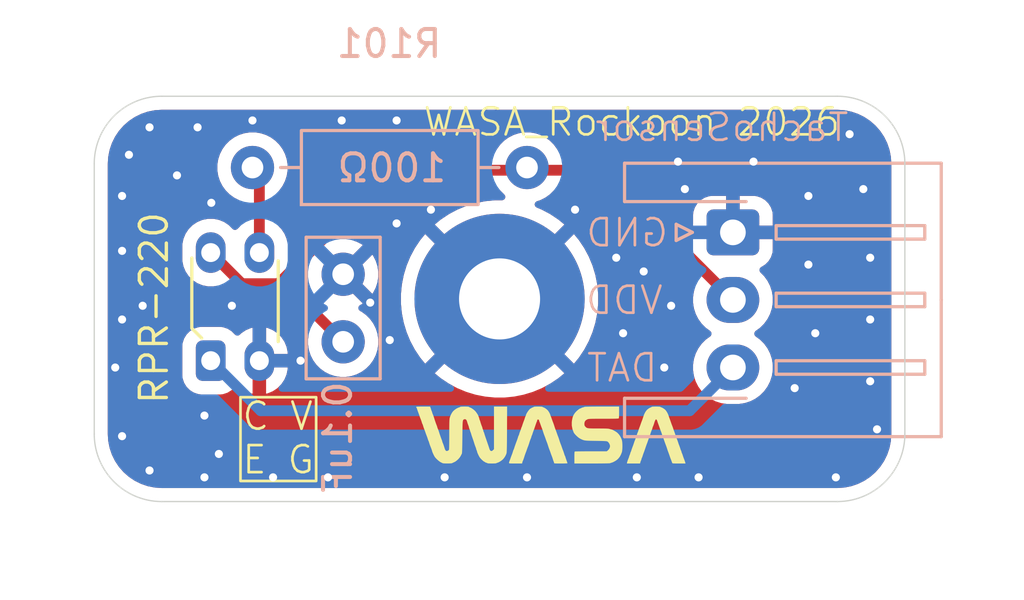
<source format=kicad_pcb>
(kicad_pcb (version 20241229) (generator "pcbnew") (generator_version "9.0")
  (layers (0 "F.Cu" signal) (2 "B.Cu" signal) (13 "F.Paste" user) (15 "B.Paste" user) (5 "F.SilkS" user "F.Silkscreen") (7 "B.SilkS" user "B.Silkscreen") (1 "F.Mask" user) (3 "B.Mask" user) (25 "Edge.Cuts" user))
  (net 0 "")
  (net 1 "Net-(J101-Pin_2)")
  (net 2 "GND")
  (net 3 "Net-(J101-Pin_1)")
  (net 4 "Net-(U101-A)")
  (footprint "OptoDevice:Everlight_ITR8307F43" (layer "F.Cu") (at 147.298 91.948)
    (property "Reference" "RPR-220" (at -2.098 -1.948 90) (layer "F.SilkS") (effects (font (thickness 0.125))))
    (property "Value" "RPR-220")
    (fp_line (start -0.7 -1.2) (end -0.7 -3.8) (stroke (width 0.12)) (layer "F.SilkS"))
    (fp_line (start -0.335 -0.835) (end -0.665 -1.165) (stroke (width 0.12)) (layer "F.SilkS"))
    (fp_line (start 2.5 -3.695) (end 2.5 -0.705) (stroke (width 0.12)) (layer "F.SilkS"))
    (pad "1" thru_hole oval (at 1.8 -4) (size 1.1 1.5) (drill 0.7) (layers "*.Cu" "*.Mask") (net 4 "Net-(U101-A)"))
    (pad "2" thru_hole oval (at 1.8 0) (size 1.1 1.5) (drill 0.7) (layers "*.Cu" "*.Mask") (net 2 "GND"))
    (pad "3" thru_hole roundrect (at 0 0) (size 1.1 1.5) (drill 0.7) (layers "*.Cu" "*.Mask") (roundrect_rratio 0.227) (net 3 "Net-(J101-Pin_1)"))
    (pad "4" thru_hole oval (at 0 -4) (size 1.1 1.5) (drill 0.7) (layers "*.Cu" "*.Mask") (net 1 "Net-(J101-Pin_2)"))
  )
  (footprint "WOBCLibrary:Board_1U_60x60" (layer "F.Cu") (at 157.988 89.662)
    (property "Reference" "REF**" (hide yes))
    (property "Value" "Board_1U_60x60" (hide yes))
    (fp_line (start -15 5) (end -15 -5) (stroke (width 0.05)) (layer "Edge.Cuts"))
    (fp_line (start -12.5 -7.5) (end 12.5 -7.5) (stroke (width 0.05)) (layer "Edge.Cuts"))
    (fp_line (start 12.5 7.5) (end -12.5 7.5) (stroke (width 0.05)) (layer "Edge.Cuts"))
    (fp_line (start 15 -5) (end 15 5) (stroke (width 0.05)) (layer "Edge.Cuts"))
    (fp_arc (start -15 -5) (mid -14.267767 -6.767767) (end -12.5 -7.5) (stroke (width 0.05)) (layer "Edge.Cuts"))
    (fp_arc (start -12.5 7.5) (mid -14.267767 6.767767) (end -15 5) (stroke (width 0.05)) (layer "Edge.Cuts"))
    (fp_arc (start 12.5 -7.5) (mid 14.267767 -6.767767) (end 15 -5) (stroke (width 0.05)) (layer "Edge.Cuts"))
    (fp_arc (start 15 5) (mid 14.267767 6.767767) (end 12.5 7.5) (stroke (width 0.05)) (layer "Edge.Cuts"))
    (pad "GND" thru_hole circle (at 0 0) (size 6.3 6.3) (drill 3) (layers "*.Cu" "*.Mask") (net 2 "GND"))
  )
  (footprint "Library:wasa_10mm" (layer "F.Cu") (at 159.9 94.7)
    (property "Reference" "G***" (hide yes))
    (property "Value" "LOGO" (hide yes))
    (fp_poly (pts (xy 2.512215 -0.841651) (xy 2.511626 -0.756247) (xy 2.509795 -0.692406) (xy 2.506625 -0.648565) (xy 2.502021 -0.62316) (xy 2.498322 -0.615899) (xy 2.488768 -0.612457) (xy 2.466615 -0.609574) (xy 2.430432 -0.607214) (xy 2.378787 -0.605342) (xy 2.310247 -0.603923) (xy 2.22338 -0.602921) (xy 2.116754 -0.602301) (xy 1.988938 -0.602027) (xy 1.936088 -0.602006) (xy 1.808836 -0.601969) (xy 1.702594 -0.601801) (xy 1.615222 -0.601419) (xy 1.544575 -0.600741) (xy 1.488512 -0.599683) (xy 1.44489 -0.598162) (xy 1.411566 -0.596095) (xy 1.386398 -0.593399) (xy 1.367243 -0.58999) (xy 1.351958 -0.585786) (xy 1.338401 -0.580704) (xy 1.333504 -0.578632) (xy 1.279396 -0.546185) (xy 1.245049 -0.502842) (xy 1.228906 -0.446205) (xy 1.227165 -0.414732) (xy 1.229258 -0.37313) (xy 1.237646 -0.34458) (xy 1.255493 -0.319197) (xy 1.259002 -0.31525) (xy 1.276605 -0.296324) (xy 1.29338 -0.281036) (xy 1.311916 -0.268994) (xy 1.334803 -0.259806) (xy 1.364633 -0.25308) (xy 1.403994 -0.248424) (xy 1.455478 -0.245445) (xy 1.521675 -0.243752) (xy 1.605176 -0.242952) (xy 1.70857 -0.242654) (xy 1.738873 -0.24261) (xy 1.848635 -0.242251) (xy 1.937618 -0.241436) (xy 2.008194 -0.240068) (xy 2.062734 -0.238052) (xy 2.103612 -0.235289) (xy 2.1332 -0.231682) (xy 2.153869 -0.227135) (xy 2.159115 -0.225419) (xy 2.192469 -0.214844) (xy 2.218731 -0.208972) (xy 2.223588 -0.208562) (xy 2.245858 -0.202479) (xy 2.281476 -0.186637) (xy 2.32461 -0.164251) (xy 2.369431 -0.138536) (xy 2.41011 -0.112709) (xy 2.440816 -0.089983) (xy 2.444647 -0.086639) (xy 2.500611 -0.029618) (xy 2.545554 0.032139) (xy 2.583585 0.105125) (xy 2.613045 0.179443) (xy 2.623281 0.222914) (xy 2.630339 0.283216) (xy 2.634226 0.354245) (xy 2.634945 0.429897) (xy 2.6325 0.504068) (xy 2.626896 0.570656) (xy 2.618136 0.623555) (xy 2.61273 0.642524) (xy 2.576987 0.731239) (xy 2.537036 0.803202) (xy 2.488824 0.864816) (xy 2.444221 0.908606) (xy 2.40408 0.939284) (xy 2.35359 0.97061) (xy 2.300485 0.998413) (xy 2.252498 1.018522) (xy 2.227383 1.025554) (xy 2.198993 1.033274) (xy 2.182208 1.04227) (xy 2.181458 1.043244) (xy 2.168965 1.045194) (xy 2.135257 1.04701) (xy 2.082275 1.048664) (xy 2.011958 1.050124) (xy 1.926245 1.051362) (xy 1.827077 1.052346) (xy 1.716393 1.053048) (xy 1.596133 1.053437) (xy 1.515907 1.053509) (xy 0.8567 1.053509) (xy 0.8567 0.834784) (xy 0.856925 0.757311) (xy 0.857765 0.69994) (xy 0.859468 0.65962) (xy 0.862281 0.633303) (xy 0.866452 0.617938) (xy 0.872227 0.610476) (xy 0.875012 0.609032) (xy 0.889897 0.607652) (xy 0.925651 0.606363) (xy 0.979993 0.605189) (xy 1.050638 0.60416) (xy 1.135303 0.6033) (xy 1.231705 0.602637) (xy 1.337559 0.602198) (xy 1.450583 0.60201) (xy 1.473031 0.602005) (xy 2.052737 0.602005) (xy 2.091562 0.572391) (xy 2.132824 0.529414) (xy 2.162528 0.475741) (xy 2.176103 0.420111) (xy 2.176481 0.410117) (xy 2.168354 0.363894) (xy 2.147102 0.31499) (xy 2.117424 0.271705) (xy 2.084015 0.242336) (xy 2.080395 0.240353) (xy 2.067315 0.235082) (xy 2.049033 0.23075) (xy 2.023118 0.22722) (xy 1.987138 0.224356) (xy 1.938661 0.222023) (xy 1.875256 0.220083) (xy 1.79449 0.218402) (xy 1.693932 0.216842) (xy 1.649726 0.216249) (xy 1.538605 0.214742) (xy 1.447659 0.213111) (xy 1.373912 0.210921) (xy 1.314386 0.207741) (xy 1.266105 0.203135) (xy 1.226093 0.196671) (xy 1.191371 0.187916) (xy 1.158965 0.176435) (xy 1.125896 0.161796) (xy 1.089188 0.143564) (xy 1.064897 0.131091) (xy 1.021931 0.103864) (xy 0.973235 0.065076) (xy 0.924173 0.019894) (xy 0.880112 -0.026514) (xy 0.846417 -0.068982) (xy 0.832109 -0.093089) (xy 0.785333 -0.218627) (xy 0.76153 -0.346989) (xy 0.760719 -0.478046) (xy 0.76887 -0.544121) (xy 0.78422 -0.623123) (xy 0.802619 -0.686222) (xy 0.826985 -0.740669) (xy 0.860238 -0.793714) (xy 0.880242 -0.820845) (xy 0.913269 -0.859196) (xy 0.953019 -0.898223) (xy 0.994763 -0.934047) (xy 1.033772 -0.962789) (xy 1.065317 -0.980571) (xy 1.07968 -0.984417) (xy 1.099798 -0.99124) (xy 1.115356 -1.000945) (xy 1.140775 -1.013531) (xy 1.175715 -1.023588) (xy 1.181924 -1.024748) (xy 1.210465 -1.031952) (xy 1.226134 -1.040538) (xy 1.227165 -1.042951) (xy 1.23848 -1.045128) (xy 1.271384 -1.04711) (xy 1.324308 -1.048874) (xy 1.395689 -1.050392) (xy 1.483959 -1.051639) (xy 1.587552 -1.05259) (xy 1.704903 -1.053218) (xy 1.834446 -1.053498) (xy 1.86969 -1.05351) (xy 2.512215 -1.05351)) (fill yes) (layer "F.SilkS"))
    (fp_poly (pts (xy 3.945928 -1.05271) (xy 3.996927 -1.050412) (xy 4.029134 -1.046772) (xy 4.040383 -1.041944) (xy 4.040383 -1.041933) (xy 4.049628 -1.031375) (xy 4.056024 -1.030356) (xy 4.080502 -1.023743) (xy 4.116279 -1.006521) (xy 4.15663 -0.982616) (xy 4.194829 -0.955954) (xy 4.219971 -0.934651) (xy 4.252504 -0.895788) (xy 4.286384 -0.843376) (xy 4.316575 -0.786124) (xy 4.33804 -0.73274) (xy 4.339503 -0.727981) (xy 4.350386 -0.694617) (xy 4.365643 -0.651653) (xy 4.375566 -0.62516) (xy 4.391973 -0.580961) (xy 4.411368 -0.526627) (xy 4.429299 -0.474659) (xy 4.444665 -0.430115) (xy 4.458483 -0.391803) (xy 4.468121 -0.366993) (xy 4.469137 -0.364677) (xy 4.481619 -0.334094) (xy 4.497079 -0.292172) (xy 4.511763 -0.249482) (xy 4.52192 -0.216596) (xy 4.522563 -0.214176) (xy 4.532587 -0.18338) (xy 4.538848 -0.167868) (xy 4.543395 -0.157323) (xy 4.548429 -0.144551) (xy 4.555199 -0.126012) (xy 4.564952 -0.098168) (xy 4.578937 -0.057478) (xy 4.598401 -0.000404) (xy 4.612325 0.040519) (xy 4.628203 0.086297) (xy 4.642468 0.125826) (xy 4.652614 0.152209) (xy 4.65437 0.156289) (xy 4.666851 0.186872) (xy 4.682311 0.228794) (xy 4.696996 0.271485) (xy 4.707153 0.30437) (xy 4.707795 0.30679) (xy 4.717819 0.337586) (xy 4.72408 0.353098) (xy 4.737213 0.385848) (xy 4.753804 0.43153) (xy 4.770601 0.480918) (xy 4.783224 0.520965) (xy 4.793653 0.55111) (xy 4.803304 0.571602) (xy 4.804333 0.573062) (xy 4.812668 0.591574) (xy 4.821021 0.621408) (xy 4.821832 0.625159) (xy 4.829931 0.655572) (xy 4.83847 0.676028) (xy 4.839331 0.677255) (xy 4.848462 0.69553) (xy 4.858918 0.725025) (xy 4.860214 0.729352) (xy 4.887147 0.812325) (xy 4.914828 0.885642) (xy 4.935181 0.938678) (xy 4.952423 0.989183) (xy 4.963279 1.02746) (xy 4.969244 1.053509) (xy 4.726127 1.053509) (xy 4.644746 1.053363) (xy 4.583561 1.052768) (xy 4.539617 1.051481) (xy 4.509957 1.049264) (xy 4.491624 1.045876) (xy 4.481663 1.041077) (xy 4.477117 1.034627) (xy 4.476639 1.033249) (xy 4.464615 0.997161) (xy 4.449559 0.954758) (xy 4.434795 0.915155) (xy 4.423646 0.887467) (xy 4.422829 0.885642) (xy 4.414147 0.863796) (xy 4.400843 0.827234) (xy 4.385553 0.783224) (xy 4.382991 0.77566) (xy 4.364788 0.72295) (xy 4.345374 0.668671) (xy 4.329176 0.625159) (xy 4.313723 0.583418) (xy 4.300473 0.544864) (xy 4.294869 0.526754) (xy 4.283873 0.491315) (xy 4.268398 0.445463) (xy 4.25231 0.400381) (xy 4.240816 0.370464) (xy 4.22889 0.339682) (xy 4.213055 0.296511) (xy 4.195377 0.246877) (xy 4.177922 0.196702) (xy 4.162757 0.151911) (xy 4.151949 0.118427) (xy 4.147922 0.104192) (xy 4.138663 0.07624) (xy 4.1303 0.061107) (xy 4.119779 0.040465) (xy 4.109775 0.010111) (xy 4.109492 0.00901) (xy 4.097324 -0.032804) (xy 4.080659 -0.08281) (xy 4.063348 -0.129869) (xy 4.052364 -0.156291) (xy 4.043682 -0.178136) (xy 4.030379 -0.214699) (xy 4.015088 -0.258708) (xy 4.012526 -0.266273) (xy 3.994323 -0.318982) (xy 3.97491 -0.373262) (xy 3.958711 -0.416774) (xy 3.943204 -0.459441) (xy 3.930015 -0.499842) (xy 3.924635 -0.518943) (xy 3.911884 -0.550295) (xy 3.894321 -0.572714) (xy 3.893798 -0.573108) (xy 3.879159 -0.58085) (xy 3.867652 -0.57506) (xy 3.853581 -0.552201) (xy 3.850434 -0.54619) (xy 3.833517 -0.509145) (xy 3.82068 -0.473534) (xy 3.81939 -0.468871) (xy 3.808015 -0.429765) (xy 3.793312 -0.385596) (xy 3.778288 -0.344859) (xy 3.765951 -0.31605) (xy 3.763921 -0.312201) (xy 3.754578 -0.2889) (xy 3.745599 -0.256626) (xy 3.745168 -0.254696) (xy 3.736356 -0.222322) (xy 3.726907 -0.198088) (xy 3.726416 -0.19719) (xy 3.715503 -0.173052) (xy 3.700882 -0.134649) (xy 3.685405 -0.089919) (xy 3.671925 -0.046805) (xy 3.670125 -0.040521) (xy 3.660386 -0.009999) (xy 3.645927 0.030929) (xy 3.635819 0.057884) (xy 3.61937 0.102085) (xy 3.599945 0.156422) (xy 3.582004 0.208386) (xy 3.566691 0.252923) (xy 3.553006 0.291231) (xy 3.543555 0.316044) (xy 3.54257 0.318367) (xy 3.534211 0.339848) (xy 3.520988 0.376394) (xy 3.505381 0.421114) (xy 3.50093 0.434138) (xy 3.477752 0.502236) (xy 3.460766 0.551966) (xy 3.448729 0.586889) (xy 3.440401 0.610564) (xy 3.434537 0.626552) (xy 3.429897 0.638413) (xy 3.428218 0.642524) (xy 3.410501 0.689223) (xy 3.391446 0.745055) (xy 3.378354 0.787237) (xy 3.368068 0.817401) (xy 3.358487 0.837891) (xy 3.357471 0.839334) (xy 3.349136 0.857846) (xy 3.340783 0.887679) (xy 3.339972 0.89143) (xy 3.331854 0.921845) (xy 3.323269 0.942301) (xy 3.322402 0.943527) (xy 3.313947 0.961257) (xy 3.303653 0.991852) (xy 3.300138 1.004306) (xy 3.286983 1.053509) (xy 3.043392 1.053509) (xy 2.799801 1.053509) (xy 2.80713 1.015883) (xy 2.819599 0.969212) (xy 2.842141 0.906865) (xy 2.866483 0.847624) (xy 2.877441 0.818227) (xy 2.882678 0.796961) (xy 2.882751 0.795527) (xy 2.887837 0.775701) (xy 2.899025 0.750391) (xy 2.913384 0.715741) (xy 2.923445 0.680929) (xy 2.931632 0.651192) (xy 2.940262 0.631537) (xy 2.940698 0.630947) (xy 2.949829 0.612672) (xy 2.960285 0.583177) (xy 2.961581 0.57885) (xy 2.978431 0.525229) (xy 2.997584 0.470179) (xy 3.011445 0.434138) (xy 3.025736 0.396833) (xy 3.043093 0.347989) (xy 3.059827 0.298211) (xy 3.069859 0.266271) (xy 3.079812 0.236167) (xy 3.088282 0.21567) (xy 3.089131 0.214174) (xy 3.096601 0.197335) (xy 3.109249 0.164272) (xy 3.12505 0.120765) (xy 3.141979 0.072596) (xy 3.158013 0.025546) (xy 3.171127 -0.014603) (xy 3.179297 -0.042071) (xy 3.180336 -0.046309) (xy 3.188591 -0.073001) (xy 3.195609 -0.086829) (xy 3.204645 -0.105081) (xy 3.215166 -0.134543) (xy 3.216502 -0.138925) (xy 3.230549 -0.183268) (xy 3.247462 -0.232746) (xy 3.263921 -0.277913) (xy 3.275481 -0.306792) (xy 3.284319 -0.329442) (xy 3.297466 -0.365896) (xy 3.31103 -0.405197) (xy 3.325533 -0.447158) (xy 3.338487 -0.482955) (xy 3.346578 -0.503602) (xy 3.359992 -0.537298) (xy 3.37652 -0.582863) (xy 3.392543 -0.630015) (xy 3.403646 -0.66568) (xy 3.439879 -0.767963) (xy 3.485037 -0.856213) (xy 3.535318 -0.924321) (xy 3.568696 -0.95491) (xy 3.610866 -0.985392) (xy 3.653281 -1.010139) (xy 3.685247 -1.023022) (xy 3.707868 -1.032317) (xy 3.716226 -1.042154) (xy 3.727357 -1.046762) (xy 3.759003 -1.050312) (xy 3.808541 -1.052622) (xy 3.873347 -1.053507) (xy 3.878304 -1.05351)) (fill yes) (layer "F.SilkS"))
    (fp_poly (pts (xy -0.422735 -1.05277) (xy -0.374488 -1.05073) (xy -0.340509 -1.047658) (xy -0.324776 -1.043826) (xy -0.324157 -1.042853) (xy -0.314189 -1.033149) (xy -0.290211 -1.02474) (xy -0.290096 -1.024715) (xy -0.253079 -1.01) (xy -0.208176 -0.982626) (xy -0.162552 -0.947528) (xy -0.123881 -0.910211) (xy -0.104337 -0.884232) (xy -0.081961 -0.8485) (xy -0.06048 -0.809823) (xy -0.043623 -0.775012) (xy -0.035116 -0.750876) (xy -0.034731 -0.747352) (xy -0.030454 -0.731723) (xy -0.020022 -0.705232) (xy -0.018684 -0.702161) (xy -0.006466 -0.671846) (xy 0.009274 -0.62945) (xy 0.022967 -0.590429) (xy 0.03756 -0.548485) (xy 0.050578 -0.512695) (xy 0.058702 -0.492025) (xy 0.072116 -0.458329) (xy 0.088644 -0.412763) (xy 0.104667 -0.365611) (xy 0.11577 -0.329946) (xy 0.128178 -0.290307) (xy 0.144392 -0.242881) (xy 0.160791 -0.197951) (xy 0.172838 -0.167868) (xy 0.181675 -0.145218) (xy 0.194822 -0.108764) (xy 0.208386 -0.069463) (xy 0.222889 -0.027502) (xy 0.235843 0.008295) (xy 0.243935 0.028942) (xy 0.257348 0.062638) (xy 0.273877 0.108203) (xy 0.2899 0.155355) (xy 0.301002 0.19102) (xy 0.31341 0.23066) (xy 0.329624 0.278086) (xy 0.346023 0.323015) (xy 0.35807 0.353098) (xy 0.366908 0.375748) (xy 0.380054 0.412202) (xy 0.393619 0.451503) (xy 0.408121 0.493464) (xy 0.421076 0.529262) (xy 0.429167 0.549908) (xy 0.445381 0.59084) (xy 0.463447 0.642026) (xy 0.479211 0.691356) (xy 0.485882 0.715209) (xy 0.495772 0.745669) (xy 0.506364 0.766881) (xy 0.50669 0.767305) (xy 0.517765 0.789303) (xy 0.524061 0.810391) (xy 0.530775 0.834196) (xy 0.543344 0.872775) (xy 0.559487 0.919225) (xy 0.566134 0.937643) (xy 0.582028 0.982115) (xy 0.594311 1.018227) (xy 0.601171 1.040563) (xy 0.602005 1.044731) (xy 0.590986 1.047309) (xy 0.560155 1.049587) (xy 0.512857 1.051449) (xy 0.452432 1.052775) (xy 0.382225 1.053448) (xy 0.353099 1.053509) (xy 0.271199 1.053439) (xy 0.209571 1.053045) (xy 0.165335 1.05205) (xy 0.13561 1.050177) (xy 0.117515 1.04715) (xy 0.108168 1.042692) (xy 0.104689 1.036525) (xy 0.104193 1.029593) (xy 0.098698 1.000041) (xy 0.090805 0.980663) (xy 0.077887 0.950473) (xy 0.068444 0.920645) (xy 0.056774 0.881039) (xy 0.040278 0.83173) (xy 0.022992 0.784408) (xy 0.012394 0.758294) (xy 0.003557 0.735645) (xy -0.00959 0.699191) (xy -0.023154 0.65989) (xy -0.037657 0.617929) (xy -0.050611 0.582131) (xy -0.058703 0.561485) (xy -0.072116 0.527789) (xy -0.088645 0.482223) (xy -0.104668 0.435072) (xy -0.115771 0.399407) (xy -0.128179 0.359767) (xy -0.144392 0.312341) (xy -0.160791 0.267411) (xy -0.172838 0.237328) (xy -0.181676 0.214679) (xy -0.194823 0.178224) (xy -0.208387 0.138923) (xy -0.22289 0.096963) (xy -0.235844 0.061165) (xy -0.243935 0.040519) (xy -0.257349 0.006823) (xy -0.273877 -0.038743) (xy -0.2899 -0.085895) (xy -0.301003 -0.12156) (xy -0.313411 -0.161199) (xy -0.329625 -0.208625) (xy -0.346024 -0.253555) (xy -0.358071 -0.283638) (xy -0.36693 -0.306275) (xy -0.38014 -0.342709) (xy -0.393806 -0.382043) (xy -0.409603 -0.42688) (xy -0.425096 -0.468271) (xy -0.435457 -0.493774) (xy -0.446546 -0.523928) (xy -0.451488 -0.547142) (xy -0.451504 -0.547985) (xy -0.460896 -0.565514) (xy -0.481744 -0.574758) (xy -0.503061 -0.572441) (xy -0.510658 -0.56562) (xy -0.51983 -0.542696) (xy -0.520789 -0.535281) (xy -0.526228 -0.513223) (xy -0.532039 -0.50055) (xy -0.540776 -0.48057) (xy -0.554208 -0.445238) (xy -0.569835 -0.401209) (xy -0.574398 -0.387831) (xy -0.597796 -0.318668) (xy -0.615083 -0.26787) (xy -0.627507 -0.23185) (xy -0.636317 -0.20702) (xy -0.642759 -0.189794) (xy -0.646896 -0.179445) (xy -0.664613 -0.132746) (xy -0.683668 -0.076914) (xy -0.69676 -0.034732) (xy -0.707045 -0.004568) (xy -0.716627 0.015922) (xy -0.717643 0.017365) (xy -0.726055 0.035895) (xy -0.734519 0.065653) (xy -0.735277 0.069081) (xy -0.743949 0.10157) (xy -0.753324 0.125918) (xy -0.753894 0.126966) (xy -0.764718 0.150915) (xy -0.77935 0.189295) (xy -0.79499 0.234344) (xy -0.808839 0.278303) (xy -0.810392 0.283636) (xy -0.8228 0.323276) (xy -0.839014 0.370702) (xy -0.855413 0.415631) (xy -0.86746 0.445715) (xy -0.876297 0.468364) (xy -0.889444 0.504818) (xy -0.903008 0.544119) (xy -0.917511 0.58608) (xy -0.930465 0.621878) (xy -0.938557 0.642524) (xy -0.95197 0.67622) (xy -0.968499 0.721786) (xy -0.984522 0.768937) (xy -0.995625 0.804603) (xy -1.009027 0.847833) (xy -1.02459 0.893185) (xy -1.039516 0.932895) (xy -1.051007 0.959204) (xy -1.052123 0.961272) (xy -1.061671 0.984954) (xy -1.070323 1.016263) (xy -1.078504 1.053509) (xy -1.320701 1.053509) (xy -1.401339 1.05344) (xy -1.461745 1.05304) (xy -1.504839 1.052015) (xy -1.533544 1.050072) (xy -1.55078 1.046917) (xy -1.55947 1.042259) (xy -1.562535 1.035803) (xy -1.562899 1.02921) (xy -1.55827 1.001654) (xy -1.547109 0.969018) (xy -1.546852 0.968431) (xy -1.534634 0.938115) (xy -1.518893 0.89572) (xy -1.505201 0.856699) (xy -1.490608 0.814754) (xy -1.477589 0.778965) (xy -1.469465 0.758294) (xy -1.453251 0.717362) (xy -1.435185 0.666176) (xy -1.419422 0.616846) (xy -1.412751 0.592994) (xy -1.40286 0.562533) (xy -1.392269 0.541321) (xy -1.391942 0.540897) (xy -1.38078 0.518919) (xy -1.374321 0.497811) (xy -1.368202 0.476874) (xy -1.356158 0.440129) (xy -1.340254 0.393502) (xy -1.322556 0.342916) (xy -1.305132 0.294295) (xy -1.290049 0.253563) (xy -1.281427 0.23154) (xy -1.265857 0.190656) (xy -1.248887 0.141757) (xy -1.234241 0.095862) (xy -1.227518 0.072027) (xy -1.217628 0.041567) (xy -1.207036 0.020355) (xy -1.20671 0.019931) (xy -1.195568 -0.002052) (xy -1.189148 -0.023155) (xy -1.180024 -0.05648) (xy -1.166359 -0.09812) (xy -1.151455 -0.138713) (xy -1.138615 -0.168897) (xy -1.135936 -0.174036) (xy -1.126678 -0.197298) (xy -1.117812 -0.229663) (xy -1.117319 -0.231921) (xy -1.109087 -0.262203) (xy -1.100478 -0.282519) (xy -1.099685 -0.283638) (xy -1.090502 -0.301895) (xy -1.07991 -0.331362) (xy -1.078575 -0.335735) (xy -1.064806 -0.379135) (xy -1.047566 -0.429749) (xy -1.030566 -0.476902) (xy -1.020197 -0.503602) (xy -1.002055 -0.551475) (xy -0.982843 -0.608052) (xy -0.970461 -0.648315) (xy -0.959883 -0.678324) (xy -0.949413 -0.698447) (xy -0.948241 -0.699832) (xy -0.938297 -0.720956) (xy -0.93774 -0.726598) (xy -0.931083 -0.755289) (xy -0.913274 -0.794252) (xy -0.887557 -0.838826) (xy -0.857174 -0.884349) (xy -0.825369 -0.926158) (xy -0.795385 -0.959592) (xy -0.770465 -0.979989) (xy -0.75864 -0.984048) (xy -0.739322 -0.99217) (xy -0.729353 -1.001414) (xy -0.706954 -1.016254) (xy -0.694031 -1.018779) (xy -0.668783 -1.026591) (xy -0.655756 -1.036145) (xy -0.643514 -1.04351) (xy -0.621667 -1.048569) (xy -0.586627 -1.05168) (xy -0.534802 -1.0532) (xy -0.481274 -1.05351)) (fill yes) (layer "F.SilkS"))
    (fp_poly (pts (xy -4.464518 -1.003921) (xy -4.453079 -0.971729) (xy -4.4463 -0.948321) (xy -4.445508 -0.943142) (xy -4.440501 -0.925607) (xy -4.429233 -0.900895) (xy -4.414755 -0.866143) (xy -4.404679 -0.831813) (xy -4.395884 -0.799887) (xy -4.386385 -0.776181) (xy -4.386307 -0.776042) (xy -4.375511 -0.752153) (xy -4.360871 -0.713767) (xy -4.345165 -0.668576) (xy -4.331169 -0.62427) (xy -4.329735 -0.619372) (xy -4.318435 -0.582692) (xy -4.303204 -0.536297) (xy -4.286024 -0.485857) (xy -4.268875 -0.437047) (xy -4.253736 -0.395538) (xy -4.242589 -0.367003) (xy -4.238663 -0.358509) (xy -4.229262 -0.335207) (xy -4.220257 -0.302931) (xy -4.219827 -0.301004) (xy -4.211015 -0.26863) (xy -4.201566 -0.244397) (xy -4.201075 -0.243499) (xy -4.190273 -0.219599) (xy -4.175635 -0.181215) (xy -4.159942 -0.136052) (xy -4.145974 -0.091813) (xy -4.144516 -0.086829) (xy -4.13526 -0.05728) (xy -4.12138 -0.015799) (xy -4.104824 0.032119) (xy -4.087541 0.080977) (xy -4.071478 0.125279) (xy -4.058582 0.159531) (xy -4.050801 0.178236) (xy -4.050147 0.179443) (xy -4.043089 0.197945) (xy -4.035252 0.227663) (xy -4.034484 0.23116) (xy -4.025795 0.263647) (xy -4.016413 0.287995) (xy -4.015842 0.289045) (xy -4.00502 0.312988) (xy -3.990388 0.351368) (xy -3.974743 0.396429) (xy -3.960881 0.440415) (xy -3.959338 0.445715) (xy -3.938546 0.510898) (xy -3.918673 0.555385) (xy -3.897594 0.581432) (xy -3.873182 0.591295) (xy -3.84331 0.587231) (xy -3.830331 0.582603) (xy -3.798928 0.564923) (xy -3.783682 0.540284) (xy -3.781203 0.530377) (xy -3.779744 0.511719) (xy -3.778386 0.472407) (xy -3.777161 0.414938) (xy -3.776099 0.341813) (xy -3.775232 0.255531) (xy -3.774592 0.158589) (xy -3.77421 0.053489) (xy -3.774112 -0.035244) (xy -3.774004 -0.164444) (xy -3.773638 -0.272686) (xy -3.772945 -0.362163) (xy -3.77186 -0.435072) (xy -3.770314 -0.493607) (xy -3.768241 -0.539962) (xy -3.765574 -0.576333) (xy -3.762246 -0.604914) (xy -3.75819 -0.6279) (xy -3.755688 -0.638697) (xy -3.735115 -0.701083) (xy -3.705321 -0.767089) (xy -3.670621 -0.82834) (xy -3.635332 -0.876464) (xy -3.630326 -0.881957) (xy -3.574681 -0.932647) (xy -3.51182 -0.976633) (xy -3.44887 -1.009449) (xy -3.402516 -1.024816) (xy -3.378697 -1.033206) (xy -3.368916 -1.042853) (xy -3.357987 -1.04678) (xy -3.32779 -1.050025) (xy -3.282204 -1.052332) (xy -3.22511 -1.053447) (xy -3.206837 -1.05351) (xy -3.141077 -1.052731) (xy -3.090404 -1.050513) (xy -3.057442 -1.047042) (xy -3.044813 -1.042501) (xy -3.044759 -1.042154) (xy -3.034859 -1.031548) (xy -3.012922 -1.023095) (xy -2.977031 -1.008647) (xy -2.931389 -0.982171) (xy -2.882578 -0.948053) (xy -2.837177 -0.910678) (xy -2.820547 -0.894902) (xy -2.795041 -0.865983) (xy -2.766626 -0.828592) (xy -2.739009 -0.788333) (xy -2.715899 -0.750807) (xy -2.701004 -0.721617) (xy -2.697448 -0.708903) (xy -2.692478 -0.691233) (xy -2.68049 -0.664756) (xy -2.680154 -0.664109) (xy -2.667781 -0.634084) (xy -2.662788 -0.609928) (xy -2.657344 -0.583037) (xy -2.649329 -0.563892) (xy -2.63637 -0.533718) (xy -2.626827 -0.503874) (xy -2.612621 -0.45493) (xy -2.594235 -0.398979) (xy -2.575322 -0.346737) (xy -2.563065 -0.31662) (xy -2.551943 -0.286672) (xy -2.546965 -0.263828) (xy -2.546947 -0.262952) (xy -2.541833 -0.240975) (xy -2.529652 -0.212605) (xy -2.517206 -0.181517) (xy -2.512287 -0.155712) (xy -2.507296 -0.130919) (xy -2.501302 -0.120981) (xy -2.491742 -0.103382) (xy -2.481445 -0.073189) (xy -2.478922 -0.063675) (xy -2.471723 -0.039002) (xy -2.458155 0.003502) (xy -2.439544 0.059835) (xy -2.417219 0.125989) (xy -2.392509 0.197962) (xy -2.384873 0.219963) (xy -2.359886 0.292233) (xy -2.337016 0.359246) (xy -2.317551 0.417161) (xy -2.302778 0.462138) (xy -2.293982 0.490336) (xy -2.292643 0.495178) (xy -2.272913 0.549122) (xy -2.247198 0.581949) (xy -2.216573 0.593129) (xy -2.182111 0.582132) (xy -2.157339 0.562023) (xy -2.118596 0.523281) (xy -2.118596 -0.265115) (xy -2.118596 -1.05351) (xy -1.875329 -1.05351) (xy -1.632062 -1.05351) (xy -1.63558 -0.21707) (xy -1.636382 -0.048) (xy -1.63729 0.099322) (xy -1.638333 0.226304) (xy -1.639541 0.33435) (xy -1.640943 0.424869) (xy -1.642571 0.499265) (xy -1.644453 0.558946) (xy -1.646618 0.605318) (xy -1.649098 0.639787) (xy -1.651921 0.66376) (xy -1.654474 0.676427) (xy -1.680669 0.745186) (xy -1.721027 0.816855) (xy -1.770089 0.882054) (xy -1.781356 0.894436) (xy -1.81781 0.927182) (xy -1.864538 0.961202) (xy -1.914547 0.992132) (xy -1.960839 1.01561) (xy -1.993471 1.026747) (xy -2.01938 1.034704) (xy -2.032693 1.043427) (xy -2.045834 1.047317) (xy -2.076509 1.050236) (xy -2.119711 1.052187) (xy -2.170431 1.053174) (xy -2.223662 1.053199) (xy -2.274397 1.052265) (xy -2.317628 1.050376) (xy -2.348346 1.047535) (xy -2.361545 1.043744) (xy -2.361714 1.04322) (xy -2.37183 1.03454) (xy -2.396723 1.026459) (xy -2.402234 1.02533) (xy -2.428942 1.017874) (xy -2.442376 1.009337) (xy -2.442753 1.007931) (xy -2.452522 0.998001) (xy -2.470215 0.991241) (xy -2.492866 0.979148) (xy -2.525392 0.954039) (xy -2.562742 0.920596) (xy -2.599865 0.883504) (xy -2.631711 0.847446) (xy -2.646526 0.827757) (xy -2.666089 0.795459) (xy -2.688099 0.753613) (xy -2.709708 0.708406) (xy -2.728066 0.666024) (xy -2.740325 0.632655) (xy -2.743827 0.616445) (xy -2.749075 0.592058) (xy -2.761193 0.563056) (xy -2.77344 0.53449) (xy -2.778487 0.512709) (xy -2.782966 0.490713) (xy -2.793825 0.46083) (xy -2.794606 0.459041) (xy -2.810646 0.418828) (xy -2.829569 0.365631) (xy -2.848148 0.308797) (xy -2.859162 0.272059) (xy -2.870221 0.236002) (xy -2.88309 0.197424) (xy -2.883305 0.196809) (xy -2.897699 0.155708) (xy -2.911623 0.115769) (xy -2.925963 0.074678) (xy -2.939983 0.03473) (xy -2.952866 -0.004914) (xy -2.965328 -0.047804) (xy -2.966474 -0.052098) (xy -2.976174 -0.084119) (xy -2.985244 -0.10667) (xy -2.987232 -0.109983) (xy -2.995416 -0.128656) (xy -3.003592 -0.158121) (xy -3.003993 -0.159965) (xy -3.015062 -0.197642) (xy -3.028413 -0.229427) (xy -3.040303 -0.258547) (xy -3.044687 -0.280351) (xy -3.049061 -0.304326) (xy -3.059598 -0.335763) (xy -3.060612 -0.338236) (xy -3.097122 -0.43698) (xy -3.115318 -0.500783) (xy -3.134372 -0.548978) (xy -3.162149 -0.57869) (xy -3.196305 -0.588334) (xy -3.230487 -0.578587) (xy -3.24164 -0.572155) (xy -3.251068 -0.564516) (xy -3.258937 -0.553771) (xy -3.265414 -0.538023) (xy -3.270664 -0.515374) (xy -3.274856 -0.483924) (xy -3.278154 -0.441778) (xy -3.280727 -0.387036) (xy -3.28274 -0.3178) (xy -3.284361 -0.232173) (xy -3.285755 -0.128257) (xy -3.287089 -0.004153) (xy -3.287876 0.07525) (xy -3.289638 0.230475) (xy -3.291659 0.362761) (xy -3.293944 0.47232) (xy -3.2965 0.559365) (xy -3.299334 0.62411) (xy -3.302452 0.666767) (xy -3.305861 0.687549) (xy -3.306419 0.688832) (xy -3.318735 0.712397) (xy -3.336184 0.747156) (xy -3.346939 0.769061) (xy -3.383394 0.827631) (xy -3.434035 0.887251) (xy -3.492417 0.941611) (xy -3.552096 0.984398) (xy -3.583779 1.000995) (xy -3.62295 1.018559) (xy -3.655718 1.033863) (xy -3.672655 1.042366) (xy -3.691864 1.046567) (xy -3.728702 1.04967) (xy -3.777669 1.051668) (xy -3.833266 1.05255) (xy -3.889992 1.052307) (xy -3.942349 1.05093) (xy -3.984837 1.048409) (xy -4.011955 1.044734) (xy -4.017229 1.04296) (xy -4.037116 1.032899) (xy -4.069265 1.017072) (xy -4.09202 1.006015) (xy -4.132334 0.981153) (xy -4.180373 0.9436) (xy -4.229844 0.899096) (xy -4.274453 0.853377) (xy -4.307907 0.812181) (xy -4.31295 0.804603) (xy -4.332437 0.770591) (xy -4.354238 0.727687) (xy -4.375664 0.681857) (xy -4.394027 0.639069) (xy -4.406638 0.60529) (xy -4.410848 0.587364) (xy -4.415009 0.569428) (xy -4.426162 0.535702) (xy -4.442319 0.491739) (xy -4.461485 0.443089) (xy -4.469968 0.422561) (xy -4.485669 0.38238) (xy -4.502015 0.33631) (xy -4.515788 0.293777) (xy -4.523332 0.266271) (xy -4.531543 0.239575) (xy -4.538545 0.225751) (xy -4.547581 0.207499) (xy -4.558102 0.178037) (xy -4.559438 0.173654) (xy -4.573485 0.129312) (xy -4.590398 0.079833) (xy -4.606857 0.034667) (xy -4.618417 0.005788) (xy -4.627255 -0.016862) (xy -4.640401 -0.053316) (xy -4.653966 -0.092617) (xy -4.668468 -0.134578) (xy -4.681423 -0.170376) (xy -4.689514 -0.191022) (xy -4.705728 -0.231954) (xy -4.723794 -0.28314) (xy -4.739558 -0.33247) (xy -4.746229 -0.356323) (xy -4.756119 -0.386783) (xy -4.766711 -0.407995) (xy -4.767037 -0.408419) (xy -4.778179 -0.430402) (xy -4.784599 -0.451505) (xy -4.793746 -0.484376) (xy -4.808253 -0.528341) (xy -4.824559 -0.573129) (xy -4.838793 -0.607795) (xy -4.847476 -0.62964) (xy -4.860779 -0.666203) (xy -4.87607 -0.710212) (xy -4.878632 -0.717777) (xy -4.896841 -0.770488) (xy -4.91627 -0.824768) (xy -4.93249 -0.868278) (xy -4.948601 -0.912269) (xy -4.962963 -0.955195) (xy -4.968996 -0.975366) (xy -4.978949 -1.003021) (xy -4.988883 -1.017937) (xy -4.991108 -1.018779) (xy -5.000136 -1.028177) (xy -5.001276 -1.036145) (xy -4.998558 -1.041846) (xy -4.988616 -1.046174) (xy -4.96877 -1.049308) (xy -4.936338 -1.051429) (xy -4.88864 -1.052717) (xy -4.822995 -1.05335) (xy -4.742366 -1.05351) (xy -4.483456 -1.05351)) (fill yes) (layer "F.SilkS"))
  )
  (footprint "Capacitor_THT:C_Disc_D5.0mm_W2.5mm_P2.50mm" (layer "B.Cu") (at 152.2 91.25 90)
    (property "Reference" "0.1uF" (at -3.55 -0.2 90) (layer "B.SilkS") (effects (justify mirror)))
    (property "Value" "0.1uF")
    (fp_line (start 3.87 -1.37) (end -1.37 -1.37) (stroke (width 0.12)) (layer "B.SilkS"))
    (fp_line (start -1.37 -1.37) (end -1.37 1.37) (stroke (width 0.12)) (layer "B.SilkS"))
    (fp_line (start 3.87 1.37) (end 3.87 -1.37) (stroke (width 0.12)) (layer "B.SilkS"))
    (fp_line (start -1.37 1.37) (end 3.87 1.37) (stroke (width 0.12)) (layer "B.SilkS"))
    (pad "1" thru_hole circle (at 0 0 90) (size 1.6 1.6) (drill 0.8) (layers "*.Cu" "*.Mask") (net 1 "Net-(J101-Pin_2)"))
    (pad "2" thru_hole circle (at 2.5 0 90) (size 1.6 1.6) (drill 0.8) (layers "*.Cu" "*.Mask") (net 2 "GND"))
  )
  (footprint "Connector_JST:JST_XH_S3B-XH-A-1_1x03_P2.50mm_Horizontal" (layer "B.Cu") (at 166.624 87.2 -90)
    (property "Reference" "J101" (hide yes))
    (property "Value" "OUT")
    (fp_line (start -2.56 4.01) (end -1.14 4.01) (stroke (width 0.12)) (layer "B.SilkS"))
    (fp_line (start -1.14 4.01) (end -1.14 -0.49) (stroke (width 0.12)) (layer "B.SilkS"))
    (fp_line (start 6.14 4.01) (end 6.14 -0.49) (stroke (width 0.12)) (layer "B.SilkS"))
    (fp_line (start 7.56 4.01) (end 6.14 4.01) (stroke (width 0.12)) (layer "B.SilkS"))
    (fp_line (start -0.3 2.1) (end 0.3 2.1) (stroke (width 0.12)) (layer "B.SilkS"))
    (fp_line (start 0.3 2.1) (end 0 1.5) (stroke (width 0.12)) (layer "B.SilkS"))
    (fp_line (start 0 1.5) (end -0.3 2.1) (stroke (width 0.12)) (layer "B.SilkS"))
    (fp_line (start -0.25 -1.6) (end -0.25 -7.1) (stroke (width 0.12)) (layer "B.SilkS"))
    (fp_line (start 0.25 -1.6) (end -0.25 -1.6) (stroke (width 0.12)) (layer "B.SilkS"))
    (fp_line (start 2.25 -1.6) (end 2.25 -7.1) (stroke (width 0.12)) (layer "B.SilkS"))
    (fp_line (start 2.75 -1.6) (end 2.25 -1.6) (stroke (width 0.12)) (layer "B.SilkS"))
    (fp_line (start 4.75 -1.6) (end 4.75 -7.1) (stroke (width 0.12)) (layer "B.SilkS"))
    (fp_line (start 5.25 -1.6) (end 4.75 -1.6) (stroke (width 0.12)) (layer "B.SilkS"))
    (fp_line (start -0.25 -7.1) (end 0.25 -7.1) (stroke (width 0.12)) (layer "B.SilkS"))
    (fp_line (start 0.25 -7.1) (end 0.25 -1.6) (stroke (width 0.12)) (layer "B.SilkS"))
    (fp_line (start 2.25 -7.1) (end 2.75 -7.1) (stroke (width 0.12)) (layer "B.SilkS"))
    (fp_line (start 2.75 -7.1) (end 2.75 -1.6) (stroke (width 0.12)) (layer "B.SilkS"))
    (fp_line (start 4.75 -7.1) (end 5.25 -7.1) (stroke (width 0.12)) (layer "B.SilkS"))
    (fp_line (start 5.25 -7.1) (end 5.25 -1.6) (stroke (width 0.12)) (layer "B.SilkS"))
    (fp_line (start -2.56 -7.71) (end -2.56 4.01) (stroke (width 0.12)) (layer "B.SilkS"))
    (fp_line (start 2.5 -7.71) (end -2.56 -7.71) (stroke (width 0.12)) (layer "B.SilkS"))
    (fp_line (start 2.5 -7.71) (end 7.56 -7.71) (stroke (width 0.12)) (layer "B.SilkS"))
    (fp_line (start 7.56 -7.71) (end 7.56 4.01) (stroke (width 0.12)) (layer "B.SilkS"))
    (pad "1" thru_hole roundrect (at 0 0 270) (size 1.7 1.95) (drill 0.95) (layers "*.Cu" "*.Mask") (roundrect_rratio 0.147059) (net 2 "GND"))
    (pad "2" thru_hole oval (at 2.5 0 270) (size 1.7 1.95) (drill 0.95) (layers "*.Cu" "*.Mask") (net 1 "Net-(J101-Pin_2)"))
    (pad "3" thru_hole oval (at 5 0 270) (size 1.7 1.95) (drill 0.95) (layers "*.Cu" "*.Mask") (net 3 "Net-(J101-Pin_1)"))
  )
  (footprint "Resistor_THT:R_Axial_DIN0207_L6.3mm_D2.5mm_P10.16mm_Horizontal" (layer "B.Cu") (at 148.844 84.8)
    (property "Reference" "R101" (at 5.056 -4.582 0) (layer "B.SilkS") (effects (justify mirror)))
    (property "Value" "100Ω" (at 5.156 0.018 0) (layer "B.SilkS") (effects (justify mirror)))
    (fp_line (start 1.04 0) (end 1.81 0) (stroke (width 0.12)) (layer "B.SilkS"))
    (fp_line (start 9.12 0) (end 8.35 0) (stroke (width 0.12)) (layer "B.SilkS"))
    (fp_rect (start 1.81 1.37) (end 8.35 -1.37) (stroke (width 0.12)) (fill no) (layer "B.SilkS"))
    (pad "1" thru_hole circle (at 0 0) (size 1.6 1.6) (drill 0.8) (layers "*.Cu" "*.Mask") (net 4 "Net-(U101-A)"))
    (pad "2" thru_hole circle (at 10.16 0) (size 1.6 1.6) (drill 0.8) (layers "*.Cu" "*.Mask") (net 1 "Net-(J101-Pin_2)"))
  )
  (gr_rect (start 148.4 93.3) (end 151.2 96.4) (stroke (width 0.1)) (fill no) (layer "F.SilkS"))
  (gr_text "WASA_Rockoon 2026\n" (at 155.1 83.7 0) (layer "F.SilkS") (effects (font (size 1 1) (thickness 0.1)) (justify left bottom)))
  (gr_text "C V\nE G" (at 148.4 96.2 0) (layer "F.SilkS") (effects (font (size 1 1) (thickness 0.1)) (justify left bottom)))
  (gr_text "TachoSensor\n" (at 170.974 83.9 0) (layer "B.SilkS") (effects (font (size 1 1) (thickness 0.1)) (justify left bottom mirror)))
  (gr_text "VDD" (at 164.1 90.3 0) (layer "B.SilkS") (effects (font (size 1 1) (thickness 0.1)) (justify left bottom mirror)))
  (gr_text "DAT" (at 163.9 92.8 0) (layer "B.SilkS") (effects (font (size 1 1) (thickness 0.1)) (justify left bottom mirror)))
  (gr_text "GND" (at 164.3 87.8 0) (layer "B.SilkS") (effects (font (size 1 1) (thickness 0.1)) (justify left bottom mirror)))
  (segment (start 147.298 87.948) (end 148.449 89.099) (width 0.4) (layer "F.Cu") (net 1))
  (segment (start 161.824 84.9) (end 166.624 89.7) (width 0.4) (layer "F.Cu") (net 1))
  (segment (start 154 84.9) (end 161.824 84.9) (width 0.4) (layer "F.Cu") (net 1))
  (segment (start 148.449 89.099) (end 149.801 89.099) (width 0.4) (layer "F.Cu") (net 1))
  (segment (start 149.801 89.099) (end 150.049 89.099) (width 0.4) (layer "F.Cu") (net 1))
  (segment (start 149.801 89.099) (end 154 84.9) (width 0.4) (layer "F.Cu") (net 1))
  (segment (start 150.049 89.099) (end 152.2 91.25) (width 0.4) (layer "F.Cu") (net 1))
  (via (at 169.418 85.852) (size 0.5) (drill 0.3) (layers "F.Cu" "B.Cu") (net 2))
  (via (at 147.6 95.4) (size 0.5) (drill 0.3) (layers "F.Cu" "B.Cu") (net 2))
  (via (at 155.956 96.266) (size 0.5) (drill 0.3) (layers "F.Cu" "B.Cu") (net 2))
  (via (at 171.958 94.488) (size 0.5) (drill 0.3) (layers "F.Cu" "B.Cu") (net 2))
  (via (at 154.178 83.058) (size 0.5) (drill 0.3) (layers "F.Cu" "B.Cu") (net 2))
  (via (at 168.91 92.964) (size 0.5) (drill 0.3) (layers "F.Cu" "B.Cu") (net 2))
  (via (at 171.45 85.598) (size 0.5) (drill 0.3) (layers "F.Cu" "B.Cu") (net 2))
  (via (at 154.178 86.868) (size 0.5) (drill 0.3) (layers "F.Cu" "B.Cu") (net 2))
  (via (at 144.272 84.328) (size 0.5) (drill 0.3) (layers "F.Cu" "B.Cu") (net 2))
  (via (at 147.066 96.266) (size 0.5) (drill 0.3) (layers "F.Cu" "B.Cu") (net 2))
  (via (at 164.084 92.202) (size 0.5) (drill 0.3) (layers "F.Cu" "B.Cu") (net 2))
  (via (at 146.05 85.09) (size 0.5) (drill 0.3) (layers "F.Cu" "B.Cu") (net 2))
  (via (at 144.78 89.916) (size 0.5) (drill 0.3) (layers "F.Cu" "B.Cu") (net 2))
  (via (at 169.672 90.932) (size 0.5) (drill 0.3) (layers "F.Cu" "B.Cu") (net 2))
  (via (at 167.386 84.582) (size 0.5) (drill 0.3) (layers "F.Cu" "B.Cu") (net 2))
  (via (at 147.32 86.106) (size 0.5) (drill 0.3) (layers "F.Cu" "B.Cu") (net 2))
  (via (at 163.322 88.646) (size 0.5) (drill 0.3) (layers "F.Cu" "B.Cu") (net 2))
  (via (at 164.338 89.916) (size 0.5) (drill 0.3) (layers "F.Cu" "B.Cu") (net 2))
  (via (at 171.704 88.138) (size 0.5) (drill 0.3) (layers "F.Cu" "B.Cu") (net 2))
  (via (at 171.704 90.424) (size 0.5) (drill 0.3) (layers "F.Cu" "B.Cu") (net 2))
  (via (at 153.924 91.186) (size 0.5) (drill 0.3) (layers "F.Cu" "B.Cu") (net 2))
  (via (at 165.354 96.266) (size 0.5) (drill 0.3) (layers "F.Cu" "B.Cu") (net 2))
  (via (at 170.434 96.266) (size 0.5) (drill 0.3) (layers "F.Cu" "B.Cu") (net 2))
  (via (at 169.418 88.392) (size 0.5) (drill 0.3) (layers "F.Cu" "B.Cu") (net 2))
  (via (at 163.068 96.266) (size 0.5) (drill 0.3) (layers "F.Cu" "B.Cu") (net 2))
  (via (at 149.606 96.266) (size 0.5) (drill 0.3) (layers "F.Cu" "B.Cu") (net 2))
  (via (at 153.2 89.8) (size 0.5) (drill 0.3) (layers "F.Cu" "B.Cu") (net 2))
  (via (at 148.082 89.916) (size 0.5) (drill 0.3) (layers "F.Cu" "B.Cu") (net 2))
  (via (at 145.034 96.012) (size 0.5) (drill 0.3) (layers "F.Cu" "B.Cu") (net 2))
  (via (at 147.066 93.98) (size 0.5) (drill 0.3) (layers "F.Cu" "B.Cu") (net 2))
  (via (at 148.844 83.058) (size 0.5) (drill 0.3) (layers "F.Cu" "B.Cu") (net 2))
  (via (at 144.018 94.742) (size 0.5) (drill 0.3) (layers "F.Cu" "B.Cu") (net 2))
  (via (at 162.306 88.138) (size 0.5) (drill 0.3) (layers "F.Cu" "B.Cu") (net 2))
  (via (at 146.812 83.312) (size 0.5) (drill 0.3) (layers "F.Cu" "B.Cu") (net 2))
  (via (at 152.146 83.058) (size 0.5) (drill 0.3) (layers "F.Cu" "B.Cu") (net 2))
  (via (at 164.846 85.598) (size 0.5) (drill 0.3) (layers "F.Cu" "B.Cu") (net 2))
  (via (at 160.782 86.36) (size 0.5) (drill 0.3) (layers "F.Cu" "B.Cu") (net 2))
  (via (at 151.638 96.266) (size 0.5) (drill 0.3) (layers "F.Cu" "B.Cu") (net 2))
  (via (at 144.018 87.884) (size 0.5) (drill 0.3) (layers "F.Cu" "B.Cu") (net 2))
  (via (at 162.56 90.932) (size 0.5) (drill 0.3) (layers "F.Cu" "B.Cu") (net 2))
  (via (at 159.004 96.266) (size 0.5) (drill 0.3) (layers "F.Cu" "B.Cu") (net 2))
  (via (at 155.448 86.36) (size 0.5) (drill 0.3) (layers "F.Cu" "B.Cu") (net 2))
  (via (at 170.942 83.566) (size 0.5) (drill 0.3) (layers "F.Cu" "B.Cu") (net 2))
  (via (at 164.592 84.582) (size 0.5) (drill 0.3) (layers "F.Cu" "B.Cu") (net 2))
  (via (at 150.622 91.948) (size 0.5) (drill 0.3) (layers "F.Cu" "B.Cu") (net 2))
  (via (at 144.018 90.424) (size 0.5) (drill 0.3) (layers "F.Cu" "B.Cu") (net 2))
  (via (at 145.034 83.312) (size 0.5) (drill 0.3) (layers "F.Cu" "B.Cu") (net 2))
  (via (at 144.018 85.852) (size 0.5) (drill 0.3) (layers "F.Cu" "B.Cu") (net 2))
  (via (at 171.704 92.71) (size 0.5) (drill 0.3) (layers "F.Cu" "B.Cu") (net 2))
  (via (at 143.764 92.202) (size 0.5) (drill 0.3) (layers "F.Cu" "B.Cu") (net 2))
  (segment (start 165.024 93.8) (end 166.624 92.2) (width 0.4) (layer "B.Cu") (net 3))
  (segment (start 149.15 93.8) (end 165.024 93.8) (width 0.4) (layer "B.Cu") (net 3))
  (segment (start 147.298 91.948) (end 149.15 93.8) (width 0.4) (layer "B.Cu") (net 3))
  (segment (start 149.098 87.948) (end 149.098 84.836) (width 0.4) (layer "F.Cu") (net 4))
  (segment (start 149.098 84.836) (end 148.844 84.582) (width 0.4) (layer "F.Cu") (net 4))
  (zone (net 2) (net_name "GND") (layers "F.Cu" "B.Cu") (connect_pads (clearance 0.5)) (min_thickness 0.25) (fill yes (thermal_gap 0.5) (thermal_bridge_width 0.5))
    (polygon (pts (xy 139.5 78.6) (xy 177.4 78.8) (xy 177.2 100.6) (xy 140.1 100.8) (xy 139.7 78.6) (xy 140.5 79.4)))
  )
)
</source>
